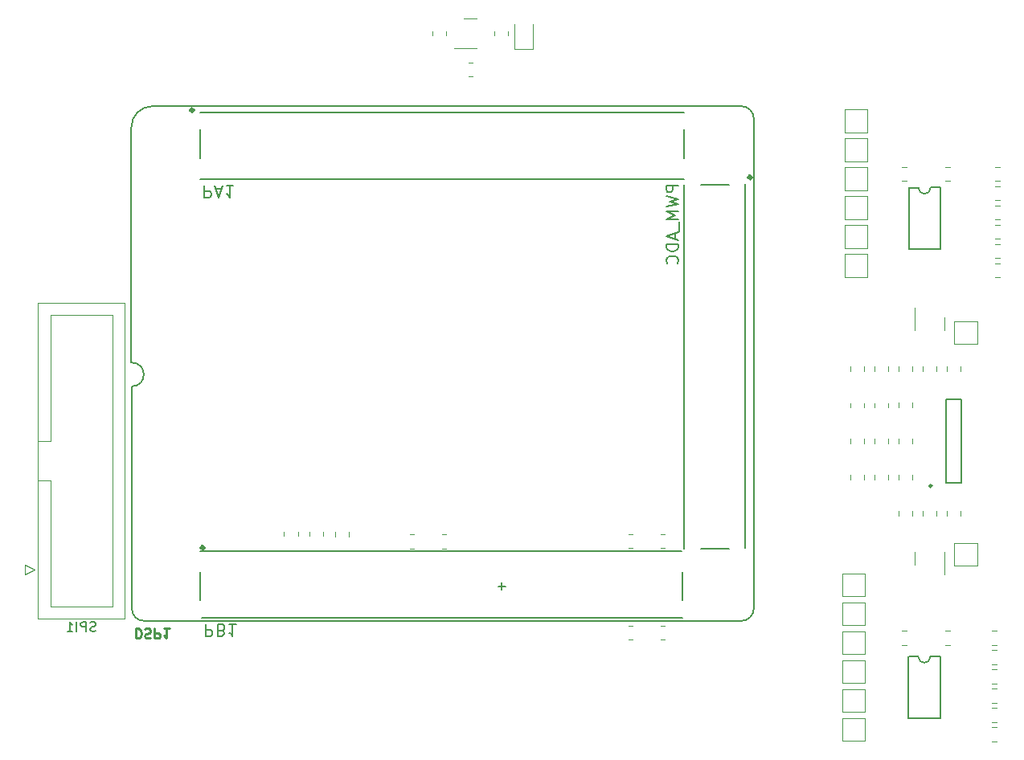
<source format=gbr>
%TF.GenerationSoftware,KiCad,Pcbnew,7.0.7*%
%TF.CreationDate,2024-02-23T10:38:31+08:00*%
%TF.ProjectId,sheet1,73686565-7431-42e6-9b69-6361645f7063,2*%
%TF.SameCoordinates,Original*%
%TF.FileFunction,Legend,Bot*%
%TF.FilePolarity,Positive*%
%FSLAX46Y46*%
G04 Gerber Fmt 4.6, Leading zero omitted, Abs format (unit mm)*
G04 Created by KiCad (PCBNEW 7.0.7) date 2024-02-23 10:38:31*
%MOMM*%
%LPD*%
G01*
G04 APERTURE LIST*
%ADD10C,0.254000*%
%ADD11C,0.203200*%
%ADD12C,0.150000*%
%ADD13C,0.120000*%
%ADD14C,0.200000*%
%ADD15C,0.381000*%
%ADD16C,0.127000*%
%ADD17C,0.152400*%
%ADD18C,0.250000*%
G04 APERTURE END LIST*
D10*
X210751609Y-141015747D02*
X210751609Y-142031747D01*
X210751609Y-142031747D02*
X210993514Y-142031747D01*
X210993514Y-142031747D02*
X211138657Y-141983366D01*
X211138657Y-141983366D02*
X211235419Y-141886604D01*
X211235419Y-141886604D02*
X211283800Y-141789842D01*
X211283800Y-141789842D02*
X211332181Y-141596318D01*
X211332181Y-141596318D02*
X211332181Y-141451175D01*
X211332181Y-141451175D02*
X211283800Y-141257651D01*
X211283800Y-141257651D02*
X211235419Y-141160889D01*
X211235419Y-141160889D02*
X211138657Y-141064128D01*
X211138657Y-141064128D02*
X210993514Y-141015747D01*
X210993514Y-141015747D02*
X210751609Y-141015747D01*
X211719228Y-141064128D02*
X211864371Y-141015747D01*
X211864371Y-141015747D02*
X212106276Y-141015747D01*
X212106276Y-141015747D02*
X212203038Y-141064128D01*
X212203038Y-141064128D02*
X212251419Y-141112508D01*
X212251419Y-141112508D02*
X212299800Y-141209270D01*
X212299800Y-141209270D02*
X212299800Y-141306032D01*
X212299800Y-141306032D02*
X212251419Y-141402794D01*
X212251419Y-141402794D02*
X212203038Y-141451175D01*
X212203038Y-141451175D02*
X212106276Y-141499556D01*
X212106276Y-141499556D02*
X211912752Y-141547937D01*
X211912752Y-141547937D02*
X211815990Y-141596318D01*
X211815990Y-141596318D02*
X211767609Y-141644699D01*
X211767609Y-141644699D02*
X211719228Y-141741461D01*
X211719228Y-141741461D02*
X211719228Y-141838223D01*
X211719228Y-141838223D02*
X211767609Y-141934985D01*
X211767609Y-141934985D02*
X211815990Y-141983366D01*
X211815990Y-141983366D02*
X211912752Y-142031747D01*
X211912752Y-142031747D02*
X212154657Y-142031747D01*
X212154657Y-142031747D02*
X212299800Y-141983366D01*
X212735228Y-141015747D02*
X212735228Y-142031747D01*
X212735228Y-142031747D02*
X213122276Y-142031747D01*
X213122276Y-142031747D02*
X213219038Y-141983366D01*
X213219038Y-141983366D02*
X213267419Y-141934985D01*
X213267419Y-141934985D02*
X213315800Y-141838223D01*
X213315800Y-141838223D02*
X213315800Y-141693080D01*
X213315800Y-141693080D02*
X213267419Y-141596318D01*
X213267419Y-141596318D02*
X213219038Y-141547937D01*
X213219038Y-141547937D02*
X213122276Y-141499556D01*
X213122276Y-141499556D02*
X212735228Y-141499556D01*
X214283419Y-141015747D02*
X213702847Y-141015747D01*
X213993133Y-141015747D02*
X213993133Y-142031747D01*
X213993133Y-142031747D02*
X213896371Y-141886604D01*
X213896371Y-141886604D02*
X213799609Y-141789842D01*
X213799609Y-141789842D02*
X213702847Y-141741461D01*
D11*
X267912209Y-94298864D02*
X266642209Y-94298864D01*
X266642209Y-94298864D02*
X266642209Y-94782674D01*
X266642209Y-94782674D02*
X266702685Y-94903626D01*
X266702685Y-94903626D02*
X266763161Y-94964103D01*
X266763161Y-94964103D02*
X266884113Y-95024579D01*
X266884113Y-95024579D02*
X267065542Y-95024579D01*
X267065542Y-95024579D02*
X267186494Y-94964103D01*
X267186494Y-94964103D02*
X267246971Y-94903626D01*
X267246971Y-94903626D02*
X267307447Y-94782674D01*
X267307447Y-94782674D02*
X267307447Y-94298864D01*
X266642209Y-95447912D02*
X267912209Y-95750293D01*
X267912209Y-95750293D02*
X267005066Y-95992198D01*
X267005066Y-95992198D02*
X267912209Y-96234103D01*
X267912209Y-96234103D02*
X266642209Y-96536484D01*
X267912209Y-97020293D02*
X266642209Y-97020293D01*
X266642209Y-97020293D02*
X267549352Y-97443627D01*
X267549352Y-97443627D02*
X266642209Y-97866960D01*
X266642209Y-97866960D02*
X267912209Y-97866960D01*
X268033161Y-98169342D02*
X268033161Y-99136961D01*
X267549352Y-99378865D02*
X267549352Y-99983627D01*
X267912209Y-99257913D02*
X266642209Y-99681246D01*
X266642209Y-99681246D02*
X267912209Y-100104580D01*
X267912209Y-100527912D02*
X266642209Y-100527912D01*
X266642209Y-100527912D02*
X266642209Y-100830293D01*
X266642209Y-100830293D02*
X266702685Y-101011722D01*
X266702685Y-101011722D02*
X266823637Y-101132674D01*
X266823637Y-101132674D02*
X266944590Y-101193151D01*
X266944590Y-101193151D02*
X267186494Y-101253627D01*
X267186494Y-101253627D02*
X267367923Y-101253627D01*
X267367923Y-101253627D02*
X267609828Y-101193151D01*
X267609828Y-101193151D02*
X267730780Y-101132674D01*
X267730780Y-101132674D02*
X267851733Y-101011722D01*
X267851733Y-101011722D02*
X267912209Y-100830293D01*
X267912209Y-100830293D02*
X267912209Y-100527912D01*
X267791256Y-102523627D02*
X267851733Y-102463151D01*
X267851733Y-102463151D02*
X267912209Y-102281722D01*
X267912209Y-102281722D02*
X267912209Y-102160770D01*
X267912209Y-102160770D02*
X267851733Y-101979341D01*
X267851733Y-101979341D02*
X267730780Y-101858389D01*
X267730780Y-101858389D02*
X267609828Y-101797912D01*
X267609828Y-101797912D02*
X267367923Y-101737436D01*
X267367923Y-101737436D02*
X267186494Y-101737436D01*
X267186494Y-101737436D02*
X266944590Y-101797912D01*
X266944590Y-101797912D02*
X266823637Y-101858389D01*
X266823637Y-101858389D02*
X266702685Y-101979341D01*
X266702685Y-101979341D02*
X266642209Y-102160770D01*
X266642209Y-102160770D02*
X266642209Y-102281722D01*
X266642209Y-102281722D02*
X266702685Y-102463151D01*
X266702685Y-102463151D02*
X266763161Y-102523627D01*
X217992264Y-94282790D02*
X217992264Y-95552790D01*
X217992264Y-95552790D02*
X218476074Y-95552790D01*
X218476074Y-95552790D02*
X218597026Y-95492314D01*
X218597026Y-95492314D02*
X218657503Y-95431838D01*
X218657503Y-95431838D02*
X218717979Y-95310886D01*
X218717979Y-95310886D02*
X218717979Y-95129457D01*
X218717979Y-95129457D02*
X218657503Y-95008505D01*
X218657503Y-95008505D02*
X218597026Y-94948028D01*
X218597026Y-94948028D02*
X218476074Y-94887552D01*
X218476074Y-94887552D02*
X217992264Y-94887552D01*
X219201788Y-94645647D02*
X219806550Y-94645647D01*
X219080836Y-94282790D02*
X219504169Y-95552790D01*
X219504169Y-95552790D02*
X219927503Y-94282790D01*
X221016074Y-94282790D02*
X220290359Y-94282790D01*
X220653216Y-94282790D02*
X220653216Y-95552790D01*
X220653216Y-95552790D02*
X220532264Y-95371362D01*
X220532264Y-95371362D02*
X220411312Y-95250409D01*
X220411312Y-95250409D02*
X220290359Y-95189933D01*
X218119264Y-140534790D02*
X218119264Y-141804790D01*
X218119264Y-141804790D02*
X218603074Y-141804790D01*
X218603074Y-141804790D02*
X218724026Y-141744314D01*
X218724026Y-141744314D02*
X218784503Y-141683838D01*
X218784503Y-141683838D02*
X218844979Y-141562886D01*
X218844979Y-141562886D02*
X218844979Y-141381457D01*
X218844979Y-141381457D02*
X218784503Y-141260505D01*
X218784503Y-141260505D02*
X218724026Y-141200028D01*
X218724026Y-141200028D02*
X218603074Y-141139552D01*
X218603074Y-141139552D02*
X218119264Y-141139552D01*
X219812598Y-141200028D02*
X219994026Y-141139552D01*
X219994026Y-141139552D02*
X220054503Y-141079076D01*
X220054503Y-141079076D02*
X220114979Y-140958124D01*
X220114979Y-140958124D02*
X220114979Y-140776695D01*
X220114979Y-140776695D02*
X220054503Y-140655743D01*
X220054503Y-140655743D02*
X219994026Y-140595267D01*
X219994026Y-140595267D02*
X219873074Y-140534790D01*
X219873074Y-140534790D02*
X219389264Y-140534790D01*
X219389264Y-140534790D02*
X219389264Y-141804790D01*
X219389264Y-141804790D02*
X219812598Y-141804790D01*
X219812598Y-141804790D02*
X219933550Y-141744314D01*
X219933550Y-141744314D02*
X219994026Y-141683838D01*
X219994026Y-141683838D02*
X220054503Y-141562886D01*
X220054503Y-141562886D02*
X220054503Y-141441933D01*
X220054503Y-141441933D02*
X219994026Y-141320981D01*
X219994026Y-141320981D02*
X219933550Y-141260505D01*
X219933550Y-141260505D02*
X219812598Y-141200028D01*
X219812598Y-141200028D02*
X219389264Y-141200028D01*
X221324503Y-140534790D02*
X220598788Y-140534790D01*
X220961645Y-140534790D02*
X220961645Y-141804790D01*
X220961645Y-141804790D02*
X220840693Y-141623362D01*
X220840693Y-141623362D02*
X220719741Y-141502409D01*
X220719741Y-141502409D02*
X220598788Y-141441933D01*
D12*
X206531199Y-141267000D02*
X206388342Y-141314619D01*
X206388342Y-141314619D02*
X206150247Y-141314619D01*
X206150247Y-141314619D02*
X206055009Y-141267000D01*
X206055009Y-141267000D02*
X206007390Y-141219380D01*
X206007390Y-141219380D02*
X205959771Y-141124142D01*
X205959771Y-141124142D02*
X205959771Y-141028904D01*
X205959771Y-141028904D02*
X206007390Y-140933666D01*
X206007390Y-140933666D02*
X206055009Y-140886047D01*
X206055009Y-140886047D02*
X206150247Y-140838428D01*
X206150247Y-140838428D02*
X206340723Y-140790809D01*
X206340723Y-140790809D02*
X206435961Y-140743190D01*
X206435961Y-140743190D02*
X206483580Y-140695571D01*
X206483580Y-140695571D02*
X206531199Y-140600333D01*
X206531199Y-140600333D02*
X206531199Y-140505095D01*
X206531199Y-140505095D02*
X206483580Y-140409857D01*
X206483580Y-140409857D02*
X206435961Y-140362238D01*
X206435961Y-140362238D02*
X206340723Y-140314619D01*
X206340723Y-140314619D02*
X206102628Y-140314619D01*
X206102628Y-140314619D02*
X205959771Y-140362238D01*
X205531199Y-141314619D02*
X205531199Y-140314619D01*
X205531199Y-140314619D02*
X205150247Y-140314619D01*
X205150247Y-140314619D02*
X205055009Y-140362238D01*
X205055009Y-140362238D02*
X205007390Y-140409857D01*
X205007390Y-140409857D02*
X204959771Y-140505095D01*
X204959771Y-140505095D02*
X204959771Y-140647952D01*
X204959771Y-140647952D02*
X205007390Y-140743190D01*
X205007390Y-140743190D02*
X205055009Y-140790809D01*
X205055009Y-140790809D02*
X205150247Y-140838428D01*
X205150247Y-140838428D02*
X205531199Y-140838428D01*
X204531199Y-141314619D02*
X204531199Y-140314619D01*
X203531200Y-141314619D02*
X204102628Y-141314619D01*
X203816914Y-141314619D02*
X203816914Y-140314619D01*
X203816914Y-140314619D02*
X203912152Y-140457476D01*
X203912152Y-140457476D02*
X204007390Y-140552714D01*
X204007390Y-140552714D02*
X204102628Y-140600333D01*
D13*
%TO.C,VDC_BUS1*%
X299386200Y-134399800D02*
X299386200Y-131999800D01*
X299386200Y-131999800D02*
X296986200Y-131999800D01*
X296986200Y-134399800D02*
X299386200Y-134399800D01*
X296986200Y-131999800D02*
X296986200Y-134399800D01*
%TO.C,C10*%
X291101200Y-128611048D02*
X291101200Y-129133552D01*
X292571200Y-128611048D02*
X292571200Y-129133552D01*
%TO.C,R32*%
X262621636Y-142159800D02*
X263075764Y-142159800D01*
X262621636Y-140689800D02*
X263075764Y-140689800D01*
%TO.C,TP1*%
X285431200Y-101533800D02*
X285431200Y-103933800D01*
X285431200Y-103933800D02*
X287831200Y-103933800D01*
X287831200Y-101533800D02*
X285431200Y-101533800D01*
X287831200Y-103933800D02*
X287831200Y-101533800D01*
%TO.C,D2*%
X292816200Y-108877300D02*
X292816200Y-109527300D01*
X292816200Y-108877300D02*
X292816200Y-107202300D01*
X295936200Y-108877300D02*
X295936200Y-109527300D01*
X295936200Y-108877300D02*
X295936200Y-108227300D01*
%TO.C,C3*%
X291432693Y-93816800D02*
X291955197Y-93816800D01*
X291432693Y-92346800D02*
X291955197Y-92346800D01*
%TO.C,TP4*%
X287553292Y-149799800D02*
X287553292Y-147399800D01*
X287553292Y-147399800D02*
X285153292Y-147399800D01*
X285153292Y-149799800D02*
X287553292Y-149799800D01*
X285153292Y-147399800D02*
X285153292Y-149799800D01*
%TO.C,TP9*%
X285431200Y-89341800D02*
X285431200Y-91741800D01*
X285431200Y-91741800D02*
X287831200Y-91741800D01*
X287831200Y-89341800D02*
X285431200Y-89341800D01*
X287831200Y-91741800D02*
X287831200Y-89341800D01*
%TO.C,R3*%
X301740764Y-94378800D02*
X301286636Y-94378800D01*
X301740764Y-95848800D02*
X301286636Y-95848800D01*
%TO.C,C11*%
X296181200Y-113371048D02*
X296181200Y-113893552D01*
X297651200Y-113371048D02*
X297651200Y-113893552D01*
%TO.C,R2*%
X301415856Y-142733390D02*
X300961728Y-142733390D01*
X301415856Y-141263390D02*
X300961728Y-141263390D01*
%TO.C,R1*%
X301740764Y-92346800D02*
X301286636Y-92346800D01*
X301740764Y-93816800D02*
X301286636Y-93816800D01*
%TO.C,C2*%
X296015295Y-141260800D02*
X296537799Y-141260800D01*
X296015295Y-142730800D02*
X296537799Y-142730800D01*
%TO.C,R14*%
X287491200Y-121479364D02*
X287491200Y-121025236D01*
X286021200Y-121479364D02*
X286021200Y-121025236D01*
%TO.C,R15*%
X287491200Y-113859364D02*
X287491200Y-113405236D01*
X286021200Y-113859364D02*
X286021200Y-113405236D01*
%TO.C,TP10*%
X287553292Y-140655800D02*
X287553292Y-138255800D01*
X287553292Y-138255800D02*
X285153292Y-138255800D01*
X285153292Y-140655800D02*
X287553292Y-140655800D01*
X285153292Y-138255800D02*
X285153292Y-140655800D01*
%TO.C,R21*%
X293641200Y-128645236D02*
X293641200Y-129099364D01*
X295111200Y-128645236D02*
X295111200Y-129099364D01*
%TO.C,TP7*%
X285431200Y-92389800D02*
X285431200Y-94789800D01*
X285431200Y-94789800D02*
X287831200Y-94789800D01*
X287831200Y-92389800D02*
X285431200Y-92389800D01*
X287831200Y-94789800D02*
X287831200Y-92389800D01*
%TO.C,R7*%
X301740764Y-98442800D02*
X301286636Y-98442800D01*
X301740764Y-99912800D02*
X301286636Y-99912800D01*
%TO.C,TP11*%
X285431200Y-86293800D02*
X285431200Y-88693800D01*
X285431200Y-88693800D02*
X287831200Y-88693800D01*
X287831200Y-86293800D02*
X285431200Y-86293800D01*
X287831200Y-88693800D02*
X287831200Y-86293800D01*
D14*
%TO.C,U1*%
X293203455Y-94552390D02*
G75*
G03*
X294473455Y-94552390I635000J0D01*
G01*
X292175465Y-101032210D02*
X292175465Y-94532200D01*
X293203455Y-94552390D02*
X292195655Y-94552390D01*
X295505455Y-94532200D02*
X294493645Y-94532200D01*
X295505455Y-101032210D02*
X292175465Y-101032210D01*
X295505455Y-101032210D02*
X295505455Y-94532200D01*
D13*
%TO.C,Q1*%
X245992868Y-79834800D02*
X246642868Y-79834800D01*
X245992868Y-79834800D02*
X244317868Y-79834800D01*
X245992868Y-76714800D02*
X246642868Y-76714800D01*
X245992868Y-76714800D02*
X245342868Y-76714800D01*
%TO.C,C6*%
X291101200Y-117181048D02*
X291101200Y-117703552D01*
X292571200Y-117181048D02*
X292571200Y-117703552D01*
%TO.C,R16*%
X287491200Y-117689364D02*
X287491200Y-117235236D01*
X286021200Y-117689364D02*
X286021200Y-117235236D01*
%TO.C,TP2*%
X287553292Y-152847800D02*
X287553292Y-150447800D01*
X287553292Y-150447800D02*
X285153292Y-150447800D01*
X285153292Y-152847800D02*
X287553292Y-152847800D01*
X285153292Y-150447800D02*
X285153292Y-152847800D01*
%TO.C,R8*%
X301415856Y-148826800D02*
X300961728Y-148826800D01*
X301415856Y-147356800D02*
X300961728Y-147356800D01*
%TO.C,D3*%
X252571200Y-77274800D02*
X252571200Y-79959800D01*
X252571200Y-79959800D02*
X250651200Y-79959800D01*
X250651200Y-79959800D02*
X250651200Y-77274800D01*
%TO.C,C8*%
X292571200Y-113893552D02*
X292571200Y-113371048D01*
X291101200Y-113893552D02*
X291101200Y-113371048D01*
%TO.C,TP12*%
X285153292Y-135207800D02*
X285153292Y-137607800D01*
X285153292Y-137607800D02*
X287553292Y-137607800D01*
X287553292Y-135207800D02*
X285153292Y-135207800D01*
X287553292Y-137607800D02*
X287553292Y-135207800D01*
%TO.C,R26*%
X239609136Y-132559800D02*
X240063264Y-132559800D01*
X239609136Y-131089800D02*
X240063264Y-131089800D01*
%TO.C,R22*%
X293641200Y-113405236D02*
X293641200Y-113859364D01*
X295111200Y-113405236D02*
X295111200Y-113859364D01*
%TO.C,R19*%
X288561200Y-124835236D02*
X288561200Y-125289364D01*
X290031200Y-124835236D02*
X290031200Y-125289364D01*
%TO.C,R11*%
X301740764Y-102506800D02*
X301286636Y-102506800D01*
X301740764Y-103976800D02*
X301286636Y-103976800D01*
%TO.C,R5*%
X301740764Y-96410800D02*
X301286636Y-96410800D01*
X301740764Y-97880800D02*
X301286636Y-97880800D01*
%TO.C,C4*%
X291408785Y-141260800D02*
X291931289Y-141260800D01*
X291408785Y-142730800D02*
X291931289Y-142730800D01*
%TO.C,R29*%
X246246764Y-81349800D02*
X245792636Y-81349800D01*
X246246764Y-82819800D02*
X245792636Y-82819800D01*
%TO.C,R23*%
X227821200Y-131264364D02*
X227821200Y-130810236D01*
X226351200Y-131264364D02*
X226351200Y-130810236D01*
%TO.C,R25*%
X243009136Y-132559800D02*
X243463264Y-132559800D01*
X243009136Y-131089800D02*
X243463264Y-131089800D01*
%TO.C,R20*%
X290031200Y-113859364D02*
X290031200Y-113405236D01*
X288561200Y-113859364D02*
X288561200Y-113405236D01*
%TO.C,R6*%
X301415856Y-146794800D02*
X300961728Y-146794800D01*
X301415856Y-145324800D02*
X300961728Y-145324800D01*
%TO.C,R30*%
X243456200Y-78501864D02*
X243456200Y-78047736D01*
X241986200Y-78501864D02*
X241986200Y-78047736D01*
%TO.C,TP6*%
X287553292Y-146751800D02*
X287553292Y-144351800D01*
X287553292Y-144351800D02*
X285153292Y-144351800D01*
X285153292Y-146751800D02*
X287553292Y-146751800D01*
X285153292Y-144351800D02*
X285153292Y-146751800D01*
D15*
%TO.C,DSP1*%
X217911800Y-132496200D02*
G75*
G03*
X217911800Y-132496200I-127000J0D01*
G01*
X275562829Y-93463371D02*
G75*
G03*
X275562829Y-93463371I-127000J0D01*
G01*
X216794200Y-86369800D02*
G75*
G03*
X216794200Y-86369800I-127000J0D01*
G01*
D16*
X210345200Y-138919800D02*
G75*
G03*
X211615200Y-140189800I1270000J0D01*
G01*
X274579200Y-140189800D02*
G75*
G03*
X275849200Y-138919800I0J1270000D01*
G01*
X210345200Y-115480800D02*
G75*
G03*
X210345200Y-112980800I0J1250000D01*
G01*
X212468590Y-85967800D02*
G75*
G03*
X210291450Y-88144940I2J-2177142D01*
G01*
X275849200Y-87237800D02*
G75*
G03*
X274579200Y-85967800I-1269999J1D01*
G01*
X211615200Y-140189800D02*
X231117200Y-140189800D01*
X231117200Y-140189800D02*
X274579200Y-140189800D01*
D11*
X217683200Y-139836800D02*
X255783200Y-139836800D01*
X255656200Y-139836800D02*
X268356200Y-139836800D01*
D17*
X248925200Y-136534800D02*
X249306200Y-136534800D01*
X249306200Y-136534800D02*
X249687200Y-136534800D01*
X249306200Y-136153800D02*
X249306200Y-136915800D01*
D11*
X217556200Y-135034800D02*
X217556200Y-138034800D01*
X268356200Y-135034800D02*
X268356200Y-138034800D01*
X217556200Y-132851800D02*
X255656200Y-132851800D01*
X255529200Y-132851800D02*
X268229200Y-132851800D01*
X270285200Y-132597800D02*
X273285200Y-132597800D01*
D16*
X210345200Y-115480800D02*
X210345200Y-138919800D01*
X275849200Y-100196200D02*
X275849200Y-138947800D01*
D11*
X268483200Y-94243800D02*
X268483200Y-132597800D01*
X270285200Y-94243800D02*
X273285200Y-94243800D01*
X274960200Y-94116800D02*
X274960200Y-132470800D01*
X217556200Y-93608800D02*
X255656200Y-93608800D01*
X255656200Y-93608800D02*
X268483200Y-93608800D01*
X217556200Y-88425800D02*
X217556200Y-91425800D01*
X268483200Y-88425800D02*
X268483200Y-91425800D01*
D16*
X210291450Y-88144940D02*
X210291450Y-112949940D01*
X275849200Y-87237800D02*
X275849200Y-100196200D01*
D11*
X217556200Y-86623800D02*
X255656200Y-86623800D01*
X255656200Y-86623800D02*
X268483200Y-86623800D01*
D16*
X212468590Y-85967800D02*
X231526200Y-85967800D01*
X231117200Y-85967800D02*
X274579200Y-85967800D01*
D18*
%TO.C,N1*%
X294591200Y-125962300D02*
G75*
G03*
X294591200Y-125962300I-125000J0D01*
G01*
D14*
X297716200Y-116852300D02*
X297716200Y-125652300D01*
X296116200Y-125652300D02*
X297716200Y-125652300D01*
X296116200Y-116852300D02*
X297716200Y-116852300D01*
X296116200Y-116852300D02*
X296116200Y-125652300D01*
D13*
%TO.C,R24*%
X230497866Y-131264364D02*
X230497866Y-130810236D01*
X229027866Y-131264364D02*
X229027866Y-130810236D01*
%TO.C,R4*%
X301415856Y-144762800D02*
X300961728Y-144762800D01*
X301415856Y-143292800D02*
X300961728Y-143292800D01*
%TO.C,TP5*%
X285431200Y-95437800D02*
X285431200Y-97837800D01*
X285431200Y-97837800D02*
X287831200Y-97837800D01*
X287831200Y-95437800D02*
X285431200Y-95437800D01*
X287831200Y-97837800D02*
X287831200Y-95437800D01*
%TO.C,C9*%
X297651200Y-129133552D02*
X297651200Y-128611048D01*
X296181200Y-129133552D02*
X296181200Y-128611048D01*
%TO.C,R9*%
X301740764Y-100474800D02*
X301286636Y-100474800D01*
X301740764Y-101944800D02*
X301286636Y-101944800D01*
%TO.C,C7*%
X291101200Y-124801048D02*
X291101200Y-125323552D01*
X292571200Y-124801048D02*
X292571200Y-125323552D01*
%TO.C,R31*%
X249999534Y-78501864D02*
X249999534Y-78047736D01*
X248529534Y-78501864D02*
X248529534Y-78047736D01*
D14*
%TO.C,U2*%
X295481547Y-150454210D02*
X295481547Y-143954200D01*
X295481547Y-150454210D02*
X292151557Y-150454210D01*
X295481547Y-143954200D02*
X294469737Y-143954200D01*
X293179547Y-143974390D02*
X292171747Y-143974390D01*
X292151557Y-150454210D02*
X292151557Y-143954200D01*
X293179547Y-143974390D02*
G75*
G03*
X294449547Y-143974390I635000J0D01*
G01*
D13*
%TO.C,TP3*%
X285431200Y-98485800D02*
X285431200Y-100885800D01*
X285431200Y-100885800D02*
X287831200Y-100885800D01*
X287831200Y-98485800D02*
X285431200Y-98485800D01*
X287831200Y-100885800D02*
X287831200Y-98485800D01*
%TO.C,R33*%
X266475764Y-140689800D02*
X266021636Y-140689800D01*
X266475764Y-142159800D02*
X266021636Y-142159800D01*
%TO.C,R28*%
X266021636Y-132534800D02*
X266475764Y-132534800D01*
X266021636Y-131064800D02*
X266475764Y-131064800D01*
%TO.C,VDC_BUS2*%
X299386200Y-111022300D02*
X299386200Y-108622300D01*
X299386200Y-108622300D02*
X296986200Y-108622300D01*
X296986200Y-111022300D02*
X299386200Y-111022300D01*
X296986200Y-108622300D02*
X296986200Y-111022300D01*
%TO.C,R17*%
X288561200Y-121025236D02*
X288561200Y-121479364D01*
X290031200Y-121025236D02*
X290031200Y-121479364D01*
%TO.C,C12*%
X231734534Y-130776048D02*
X231734534Y-131298552D01*
X233204534Y-130776048D02*
X233204534Y-131298552D01*
%TO.C,C5*%
X291101200Y-120991048D02*
X291101200Y-121513552D01*
X292571200Y-120991048D02*
X292571200Y-121513552D01*
%TO.C,TP8*%
X287553292Y-143703800D02*
X287553292Y-141303800D01*
X287553292Y-141303800D02*
X285153292Y-141303800D01*
X285153292Y-143703800D02*
X287553292Y-143703800D01*
X285153292Y-141303800D02*
X285153292Y-143703800D01*
%TO.C,D1*%
X295936200Y-133619800D02*
X295936200Y-132969800D01*
X295936200Y-133619800D02*
X295936200Y-135294800D01*
X292816200Y-133619800D02*
X292816200Y-132969800D01*
X292816200Y-133619800D02*
X292816200Y-134269800D01*
%TO.C,R13*%
X286021200Y-124835236D02*
X286021200Y-125289364D01*
X287491200Y-124835236D02*
X287491200Y-125289364D01*
%TO.C,R12*%
X301415856Y-152890800D02*
X300961728Y-152890800D01*
X301415856Y-151420800D02*
X300961728Y-151420800D01*
%TO.C,R18*%
X288561200Y-117235236D02*
X288561200Y-117689364D01*
X290031200Y-117235236D02*
X290031200Y-117689364D01*
%TO.C,R27*%
X263075764Y-131064800D02*
X262621636Y-131064800D01*
X263075764Y-132534800D02*
X262621636Y-132534800D01*
%TO.C,C1*%
X296039203Y-93816800D02*
X296561707Y-93816800D01*
X296039203Y-92346800D02*
X296561707Y-92346800D01*
%TO.C,SPI1*%
X209591200Y-139969800D02*
X209591200Y-106689800D01*
X209591200Y-106689800D02*
X200471200Y-106689800D01*
X208281200Y-138669800D02*
X208281200Y-107989800D01*
X208281200Y-107989800D02*
X201781200Y-107989800D01*
X201781200Y-138669800D02*
X208281200Y-138669800D01*
X201781200Y-125379800D02*
X201781200Y-138669800D01*
X201781200Y-121279800D02*
X201781200Y-121279800D01*
X201781200Y-121279800D02*
X200471200Y-121279800D01*
X201781200Y-107989800D02*
X201781200Y-121279800D01*
X200471200Y-139969800D02*
X209591200Y-139969800D01*
X200471200Y-125379800D02*
X201781200Y-125379800D01*
X200471200Y-106689800D02*
X200471200Y-139969800D01*
X200081200Y-134759800D02*
X199081200Y-135259800D01*
X199081200Y-135259800D02*
X199081200Y-134259800D01*
X199081200Y-134259800D02*
X200081200Y-134759800D01*
%TO.C,R10*%
X301415856Y-150858800D02*
X300961728Y-150858800D01*
X301415856Y-149388800D02*
X300961728Y-149388800D01*
%TD*%
M02*

</source>
